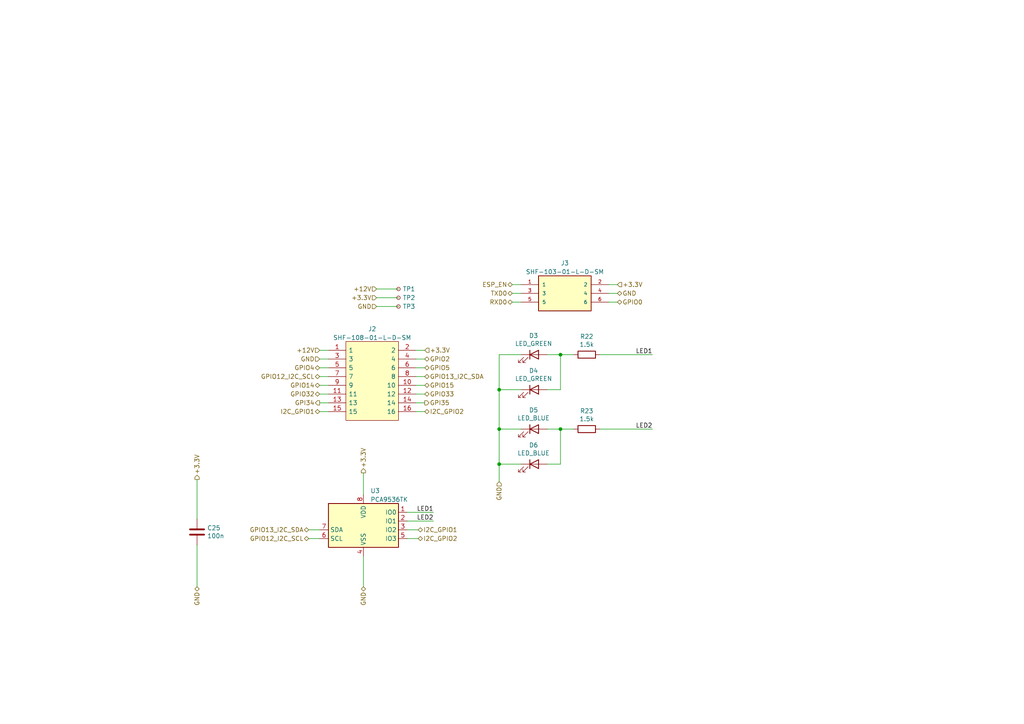
<source format=kicad_sch>
(kicad_sch (version 20230121) (generator eeschema)
  (paper "A4")
  (lib_symbols
    (symbol "Connector:TestPoint_Small" (pin_numbers hide) (pin_names (offset 0.762) hide)
      (property "Reference" "TP" (at 0 3.81 0))
      (property "Value" "TestPoint_Small" (at 0 2.032 0))
      (symbol "TestPoint_Small_0_1"
        (circle (center 0 0) (radius 0.508))
      )
      (symbol "TestPoint_Small_1_1"
        (pin passive line (at 0 0 90) (length 0) (name "1") (number "1"))
      )
    )
    (symbol "Device:C" (pin_numbers hide) (pin_names (offset 0.254))
      (property "Reference" "C" (at 0.635 2.54 0))
      (property "Value" "C" (at 0.635 -2.54 0))
      (symbol "C_0_1"
        (polyline (pts (xy -2.032 -0.762) (xy 2.032 -0.762)) (stroke (width 0.508)))
        (polyline (pts (xy -2.032 0.762) (xy 2.032 0.762)) (stroke (width 0.508)))
      )
      (symbol "C_1_1"
        (pin passive line (at 0 3.81 270) (length 2.794) (name "~") (number "1"))
        (pin passive line (at 0 -3.81 90) (length 2.794) (name "~") (number "2"))
      )
    )
    (symbol "Device:LED" (pin_numbers hide) (pin_names (offset 1.016) hide)
      (property "Reference" "D" (at 0 2.54 0))
      (property "Value" "LED" (at 0 -2.54 0))
      (symbol "LED_0_1"
        (polyline (pts (xy -1.27 -1.27) (xy -1.27 1.27)) (stroke (width 0.254)))
        (polyline (pts (xy -1.27 0) (xy 1.27 0)))
        (polyline (pts (xy 1.27 -1.27) (xy 1.27 1.27) (xy -1.27 0) (xy 1.27 -1.27)) (stroke (width 0.254)))
        (polyline (pts (xy -3.048 -0.762) (xy -4.572 -2.286) (xy -3.81 -2.286) (xy -4.572 -2.286) (xy -4.572 -1.524)))
        (polyline (pts (xy -1.778 -0.762) (xy -3.302 -2.286) (xy -2.54 -2.286) (xy -3.302 -2.286) (xy -3.302 -1.524)))
      )
      (symbol "LED_1_1"
        (pin passive line (at -3.81 0 0) (length 2.54) (name "K") (number "1"))
        (pin passive line (at 3.81 0 180) (length 2.54) (name "A") (number "2"))
      )
    )
    (symbol "Device:R" (pin_numbers hide) (pin_names (offset 0))
      (property "Reference" "R" (at 2.032 0 90))
      (property "Value" "R" (at 0 0 90))
      (symbol "R_0_1"
        (rectangle (start -1.016 -2.54) (end 1.016 2.54) (stroke (width 0.254)))
      )
      (symbol "R_1_1"
        (pin passive line (at 0 3.81 270) (length 1.27) (name "~") (number "1"))
        (pin passive line (at 0 -3.81 90) (length 1.27) (name "~") (number "2"))
      )
    )
    (symbol "Interface_Expansion:PCA9536D"
      (property "Reference" "U" (at -8.89 6.35 0))
      (property "Value" "PCA9536D" (at 6.35 6.35 0))
      (symbol "PCA9536D_0_1"
        (rectangle (start -10.16 5.08) (end 10.16 -7.62) (stroke (width 0.254)) (fill (type background)))
      )
      (symbol "PCA9536D_1_1"
        (pin bidirectional line (at 12.7 2.54 180) (length 2.54) (name "IO0") (number "1"))
        (pin bidirectional line (at 12.7 0 180) (length 2.54) (name "IO1") (number "2"))
        (pin bidirectional line (at 12.7 -2.54 180) (length 2.54) (name "IO2") (number "3"))
        (pin power_in line (at 0 -10.16 90) (length 2.54) (name "VSS") (number "4"))
        (pin bidirectional line (at 12.7 -5.08 180) (length 2.54) (name "IO3") (number "5"))
        (pin input line (at -12.7 -5.08 0) (length 2.54) (name "SCL") (number "6"))
        (pin bidirectional line (at -12.7 -2.54 0) (length 2.54) (name "SDA") (number "7"))
        (pin power_in line (at 0 7.62 270) (length 2.54) (name "VDD") (number "8"))
      )
    )
    (symbol "general:SHF-103-01-L-D-SM" (pin_names (offset 1.016))
      (property "Reference" "J" (at -8.12 5.08 0))
      (property "Value" "SHF-103-01-L-D-SM" (at -7.62 -7.62 0))
      (symbol "SHF-103-01-L-D-SM_0_0"
        (rectangle (start -7.62 -5.08) (end 7.62 5.08) (stroke (width 0.254)) (fill (type background)))
        (pin passive line (at -12.7 2.54 0) (length 5.08) (name "1") (number "1"))
        (pin passive line (at 12.7 2.54 180) (length 5.08) (name "2") (number "2"))
        (pin passive line (at -12.7 0 0) (length 5.08) (name "3") (number "3"))
        (pin passive line (at 12.7 0 180) (length 5.08) (name "4") (number "4"))
        (pin passive line (at -12.7 -2.54 0) (length 5.08) (name "5") (number "5"))
        (pin passive line (at 12.7 -2.54 180) (length 5.08) (name "6") (number "6"))
      )
    )
    (symbol "general:SHF-108-01-L-D-SM" (pin_names (offset 0.762))
      (property "Reference" "J" (at 10.16 6.35 0))
      (property "Value" "SHF-108-01-L-D-SM" (at 1.27 3.81 0))
      (symbol "SHF-108-01-L-D-SM_0_0"
        (pin passive line (at 0 0 0) (length 5.08) (name "1") (number "1"))
        (pin passive line (at 25.4 -10.16 180) (length 5.08) (name "10") (number "10"))
        (pin passive line (at 0 -12.7 0) (length 5.08) (name "11") (number "11"))
        (pin passive line (at 25.4 -12.7 180) (length 5.08) (name "12") (number "12"))
        (pin passive line (at 0 -15.24 0) (length 5.08) (name "13") (number "13"))
        (pin passive line (at 25.4 -15.24 180) (length 5.08) (name "14") (number "14"))
        (pin passive line (at 0 -17.78 0) (length 5.08) (name "15") (number "15"))
        (pin passive line (at 25.4 -17.78 180) (length 5.08) (name "16") (number "16"))
        (pin passive line (at 25.4 0 180) (length 5.08) (name "2") (number "2"))
        (pin passive line (at 0 -2.54 0) (length 5.08) (name "3") (number "3"))
        (pin passive line (at 25.4 -2.54 180) (length 5.08) (name "4") (number "4"))
        (pin passive line (at 0 -5.08 0) (length 5.08) (name "5") (number "5"))
        (pin passive line (at 25.4 -5.08 180) (length 5.08) (name "6") (number "6"))
        (pin passive line (at 0 -7.62 0) (length 5.08) (name "7") (number "7"))
        (pin passive line (at 25.4 -7.62 180) (length 5.08) (name "8") (number "8"))
        (pin passive line (at 0 -10.16 0) (length 5.08) (name "9") (number "9"))
      )
      (symbol "SHF-108-01-L-D-SM_0_1"
        (polyline (pts (xy 5.08 2.54) (xy 20.32 2.54) (xy 20.32 -20.32) (xy 5.08 -20.32) (xy 5.08 2.54)) (stroke (width 0.1524)) (fill (type background)))
      )
    )
  )
  (junction (at 144.78 113.03))
  (junction (at 162.56 102.87))
  (junction (at 144.78 134.62))
  (junction (at 144.78 124.46))
  (junction (at 162.56 124.46))
  (wire (pts (xy 123.19 111.76) (xy 120.65 111.76)))
  (wire (pts (xy 95.25 114.3) (xy 92.71 114.3)))
  (wire (pts (xy 123.19 101.6) (xy 120.65 101.6)))
  (wire (pts (xy 162.56 124.46) (xy 166.37 124.46)))
  (wire (pts (xy 120.65 109.22) (xy 123.19 109.22)))
  (wire (pts (xy 92.71 116.84) (xy 95.25 116.84)))
  (wire (pts (xy 92.71 106.68) (xy 95.25 106.68)))
  (wire (pts (xy 120.65 114.3) (xy 123.19 114.3)))
  (wire (pts (xy 176.53 82.55) (xy 179.07 82.55)))
  (wire (pts (xy 144.78 124.46) (xy 151.13 124.46)))
  (wire (pts (xy 173.99 102.87) (xy 189.23 102.87)))
  (wire (pts (xy 144.78 124.46) (xy 144.78 134.62)))
  (wire (pts (xy 179.07 87.63) (xy 176.53 87.63)))
  (wire (pts (xy 144.78 102.87) (xy 144.78 113.03)))
  (wire (pts (xy 109.22 86.36) (xy 115.57 86.36)))
  (wire (pts (xy 105.41 137.16) (xy 105.41 143.51)))
  (wire (pts (xy 118.11 151.13) (xy 125.73 151.13)))
  (wire (pts (xy 148.59 85.09) (xy 151.13 85.09)))
  (wire (pts (xy 144.78 113.03) (xy 144.78 124.46)))
  (wire (pts (xy 166.37 102.87) (xy 162.56 102.87)))
  (wire (pts (xy 120.65 106.68) (xy 123.19 106.68)))
  (wire (pts (xy 118.11 148.59) (xy 125.73 148.59)))
  (wire (pts (xy 89.535 153.67) (xy 92.71 153.67)))
  (wire (pts (xy 144.78 134.62) (xy 144.78 139.7)))
  (wire (pts (xy 89.535 156.21) (xy 92.71 156.21)))
  (wire (pts (xy 158.75 134.62) (xy 162.56 134.62)))
  (wire (pts (xy 144.78 113.03) (xy 151.13 113.03)))
  (wire (pts (xy 151.13 82.55) (xy 148.59 82.55)))
  (wire (pts (xy 179.07 85.09) (xy 176.53 85.09)))
  (wire (pts (xy 123.19 104.14) (xy 120.65 104.14)))
  (wire (pts (xy 158.75 113.03) (xy 162.56 113.03)))
  (wire (pts (xy 92.71 101.6) (xy 95.25 101.6)))
  (wire (pts (xy 95.25 119.38) (xy 92.71 119.38)))
  (wire (pts (xy 57.15 139.065) (xy 57.15 150.495)))
  (wire (pts (xy 105.41 161.29) (xy 105.41 170.18)))
  (wire (pts (xy 173.99 124.46) (xy 189.23 124.46)))
  (wire (pts (xy 120.65 116.84) (xy 123.19 116.84)))
  (wire (pts (xy 109.22 88.9) (xy 115.57 88.9)))
  (wire (pts (xy 151.13 102.87) (xy 144.78 102.87)))
  (wire (pts (xy 118.11 153.67) (xy 121.285 153.67)))
  (wire (pts (xy 92.71 109.22) (xy 95.25 109.22)))
  (wire (pts (xy 162.56 102.87) (xy 162.56 113.03)))
  (wire (pts (xy 109.22 83.82) (xy 115.57 83.82)))
  (wire (pts (xy 57.15 158.115) (xy 57.15 170.18)))
  (wire (pts (xy 144.78 134.62) (xy 151.13 134.62)))
  (wire (pts (xy 151.13 87.63) (xy 148.59 87.63)))
  (wire (pts (xy 118.11 156.21) (xy 121.285 156.21)))
  (wire (pts (xy 162.56 134.62) (xy 162.56 124.46)))
  (wire (pts (xy 92.71 104.14) (xy 95.25 104.14)))
  (wire (pts (xy 162.56 102.87) (xy 158.75 102.87)))
  (wire (pts (xy 120.65 119.38) (xy 123.19 119.38)))
  (wire (pts (xy 92.71 111.76) (xy 95.25 111.76)))
  (wire (pts (xy 158.75 124.46) (xy 162.56 124.46)))
  (label "LED2" (at 189.23 124.46 180))
  (label "LED1" (at 189.23 102.87 180))
  (label "LED1" (at 125.73 148.59 180))
  (label "LED2" (at 125.73 151.13 180))
  (hierarchical_label "I2C_GPIO2" (shape bidirectional) (at 123.19 119.38 0))
  (hierarchical_label "+3.3V" (shape input) (at 109.22 86.36 180))
  (hierarchical_label "GND" (shape input) (at 92.71 104.14 180))
  (hierarchical_label "+12V" (shape input) (at 92.71 101.6 180))
  (hierarchical_label "+3.3V" (shape output) (at 57.15 139.065 90))
  (hierarchical_label "GPIO2" (shape bidirectional) (at 123.19 104.14 0))
  (hierarchical_label "GPIO4" (shape bidirectional) (at 92.71 106.68 180))
  (hierarchical_label "GND" (shape bidirectional) (at 179.07 85.09 0))
  (hierarchical_label "GPIO14" (shape bidirectional) (at 92.71 111.76 180))
  (hierarchical_label "GPIO33" (shape bidirectional) (at 123.19 114.3 0))
  (hierarchical_label "+3.3V" (shape input) (at 179.07 82.55 0))
  (hierarchical_label "I2C_GPIO1" (shape bidirectional) (at 121.285 153.67 0))
  (hierarchical_label "GPIO12_I2C_SCL" (shape bidirectional) (at 89.535 156.21 180))
  (hierarchical_label "GPIO13_I2C_SDA" (shape bidirectional) (at 89.535 153.67 180))
  (hierarchical_label "+3.3V" (shape output) (at 105.41 137.16 90))
  (hierarchical_label "GPIO15" (shape bidirectional) (at 123.19 111.76 0))
  (hierarchical_label "I2C_GPIO2" (shape bidirectional) (at 121.285 156.21 0))
  (hierarchical_label "TXD0" (shape bidirectional) (at 148.59 85.09 180))
  (hierarchical_label "GPIO5" (shape bidirectional) (at 123.19 106.68 0))
  (hierarchical_label "GPI34" (shape output) (at 92.71 116.84 180))
  (hierarchical_label "+3.3V" (shape input) (at 123.19 101.6 0))
  (hierarchical_label "GND" (shape input) (at 109.22 88.9 180))
  (hierarchical_label "+12V" (shape input) (at 109.22 83.82 180))
  (hierarchical_label "GPIO13_I2C_SDA" (shape bidirectional) (at 123.19 109.22 0))
  (hierarchical_label "GPIO0" (shape bidirectional) (at 179.07 87.63 0))
  (hierarchical_label "GPIO12_I2C_SCL" (shape bidirectional) (at 92.71 109.22 180))
  (hierarchical_label "GPI35" (shape output) (at 123.19 116.84 0))
  (hierarchical_label "GPIO32" (shape bidirectional) (at 92.71 114.3 180))
  (hierarchical_label "GND" (shape bidirectional) (at 105.41 170.18 270))
  (hierarchical_label "I2C_GPIO1" (shape bidirectional) (at 92.71 119.38 180))
  (hierarchical_label "ESP_EN" (shape bidirectional) (at 148.59 82.55 180))
  (hierarchical_label "RXD0" (shape bidirectional) (at 148.59 87.63 180))
  (hierarchical_label "GND" (shape bidirectional) (at 57.15 170.18 270))
  (hierarchical_label "GND" (shape input) (at 144.78 139.7 270))
  (symbol (lib_id "Device:LED") (at 154.94 102.87 0) (unit 1)
    (property "Reference" "D3" (at 154.7622 97.3582 0))
    (property "Value" "LED_GREEN" (at 154.7622 99.6696 0))
    (property "Footprint" "general:LED_3210Metric_Right_Angle" (effects hide))
    (property "jlc" "C273630" (effects hide))
    (property "Manufacturer_Part_Number" "TJ-S3210SW5TGLC2G-A5" (effects hide))
  )
  (symbol (lib_id "Device:LED") (at 154.94 124.46 0) (unit 1)
    (property "Reference" "D5" (at 154.7622 118.9482 0))
    (property "Value" "LED_BLUE" (at 154.7622 121.2596 0))
    (property "Footprint" "general:LED_3210Metric_Right_Angle" (effects hide))
    (property "jlc" "C273631" (effects hide))
    (property "Manufacturer_Part_Number" "TJ-S3210SW5TGLC6B-A5" (effects hide))
  )
  (symbol (lib_id "Connector:TestPoint_Small") (at 115.57 83.82 0) (unit 1)
    (property "Reference" "TP1" (at 116.7892 83.82 0) (effects (justify left)))
    (property "Value" "12V" (effects hide))
    (property "Footprint" "TestPoint:TestPoint_Pad_D2.0mm" (effects hide))
  )
  (symbol (lib_id "Connector:TestPoint_Small") (at 115.57 86.36 0) (unit 1)
    (property "Reference" "TP2" (at 116.7892 86.36 0) (effects (justify left)))
    (property "Value" "3.3V" (effects hide))
    (property "Footprint" "TestPoint:TestPoint_Pad_D2.0mm" (effects hide))
  )
  (symbol (lib_id "Connector:TestPoint_Small") (at 115.57 88.9 0) (unit 1)
    (property "Reference" "TP3" (at 116.7892 88.9 0) (effects (justify left)))
    (property "Value" "GND" (effects hide))
    (property "Footprint" "TestPoint:TestPoint_Pad_D2.0mm" (effects hide))
  )
  (symbol (lib_id "Device:R") (at 170.18 102.87 270) (unit 1)
    (property "Reference" "R22" (at 170.18 97.6122 90))
    (property "Value" "1.5k" (at 170.18 99.9236 90))
    (property "Footprint" "Resistor_SMD:R_0603_1608Metric" (effects hide))
    (property "jlc" "C22843" (effects hide))
    (property "Manufacturer_Part_Number" "0603WAF1501T5E" (effects hide))
  )
  (symbol (lib_id "Device:R") (at 170.18 124.46 270) (unit 1)
    (property "Reference" "R23" (at 170.18 119.2022 90))
    (property "Value" "1.5k" (at 170.18 121.5136 90))
    (property "Footprint" "Resistor_SMD:R_0603_1608Metric" (effects hide))
    (property "jlc" "C22843" (effects hide))
    (property "Manufacturer_Part_Number" "0603WAF1501T5E" (effects hide))
  )
  (symbol (lib_id "general:SHF-103-01-L-D-SM") (at 163.83 85.09 0) (unit 1)
    (property "Reference" "J3" (at 163.83 76.3102 0))
    (property "Value" "SHF-103-01-L-D-SM" (at 163.83 78.8471 0))
    (property "Footprint" "general:SAMTEC_SHF-103-01-L-D-SM" (effects hide))
    (property "STANDARD" "Manufacturer Recommendations" (effects hide))
    (property "PARTREV" "R" (effects hide))
    (property "MANUFACTURER" "Samtec" (effects hide))
    (property "Manufacturer_Part_Number" "SHF-103-01-L-D-SM" (effects hide))
  )
  (symbol (lib_id "Device:C") (at 57.15 154.305 0) (unit 1)
    (property "Reference" "C25" (at 60.071 153.1366 0) (effects (justify left)))
    (property "Value" "100n" (at 60.071 155.448 0) (effects (justify left)))
    (property "Footprint" "Capacitor_SMD:C_0603_1608Metric" (effects hide))
    (property "jlc" "C14663" (effects hide))
    (property "Manufacturer_Part_Number" "CC0603KRX7R9BB104" (effects hide))
  )
  (symbol (lib_id "Interface_Expansion:PCA9536D") (at 105.41 151.13 0) (unit 1)
    (property "Reference" "U3" (at 107.4294 142.3502 0) (effects (justify left)))
    (property "Value" "PCA9536TK" (at 107.4294 144.8871 0) (effects (justify left)))
    (property "Footprint" "general:SON50P300X300X100-9N-D" (effects hide))
    (property "Datasheet" "http://www.nxp.com/documents/data_sheet/PCA9536.pdf" (effects hide))
    (property "Manufacturer_Part_Number" "PCA9536TK,118" (effects hide))
    (property "jlc" "C2652283" (effects hide))
  )
  (symbol (lib_id "Device:LED") (at 154.94 113.03 0) (unit 1)
    (property "Reference" "D4" (at 154.7622 107.5182 0))
    (property "Value" "LED_GREEN" (at 154.7622 109.8296 0))
    (property "Footprint" "general:LED_3210Metric_Right_Angle" (effects hide))
    (property "jlc" "C273630" (effects hide))
    (property "Manufacturer_Part_Number" "TJ-S3210SW5TGLC2G-A5" (effects hide))
    (property "Config" "DNF" (effects hide))
  )
  (symbol (lib_id "Device:LED") (at 154.94 134.62 0) (unit 1)
    (property "Reference" "D6" (at 154.7622 129.1082 0))
    (property "Value" "LED_BLUE" (at 154.7622 131.4196 0))
    (property "Footprint" "general:LED_3210Metric_Right_Angle" (effects hide))
    (property "jlc" "C273631" (effects hide))
    (property "Manufacturer_Part_Number" "TJ-S3210SW5TGLC6B-A5" (effects hide))
    (property "Config" "DNF" (effects hide))
  )
  (symbol (lib_id "general:SHF-108-01-L-D-SM") (at 95.25 101.6 0) (unit 1)
    (property "Reference" "J2" (at 107.95 95.411 0))
    (property "Value" "SHF-108-01-L-D-SM" (at 107.95 97.9479 0))
    (property "Footprint" "SHF-108-01-X-D-SM" (effects hide))
    (property "Datasheet" "http://suddendocs.samtec.com/prints/shf-1xx-01-x-d-xx-xx-mkt.pdf" (effects hide))
    (property "Description" "16 Position, Dual - Row, Shrouded Terminal Strip, 0.050&quot; pitch" (effects hide))
    (property "Manufacturer_Name" "SAMTEC" (effects hide))
    (property "Manufacturer_Part_Number" "SHF-108-01-L-D-SM" (effects hide))
    (property "Mouser Part Number" "200-SHF10801LDSM" (effects hide))
    (property "Mouser Price/Stock" "https://www.mouser.co.uk/ProductDetail/Samtec/SHF-108-01-L-D-SM?qs=%252BZP6%2F%252BtExtAjkv5kwhbS6w%3D%3D" (effects hide))
    (property "Arrow Part Number" "SHF-108-01-L-D-SM" (effects hide))
    (property "Arrow Price/Stock" "https://www.arrow.com/en/products/shf-108-01-l-d-sm/samtec" (effects hide))
  )
)
</source>
